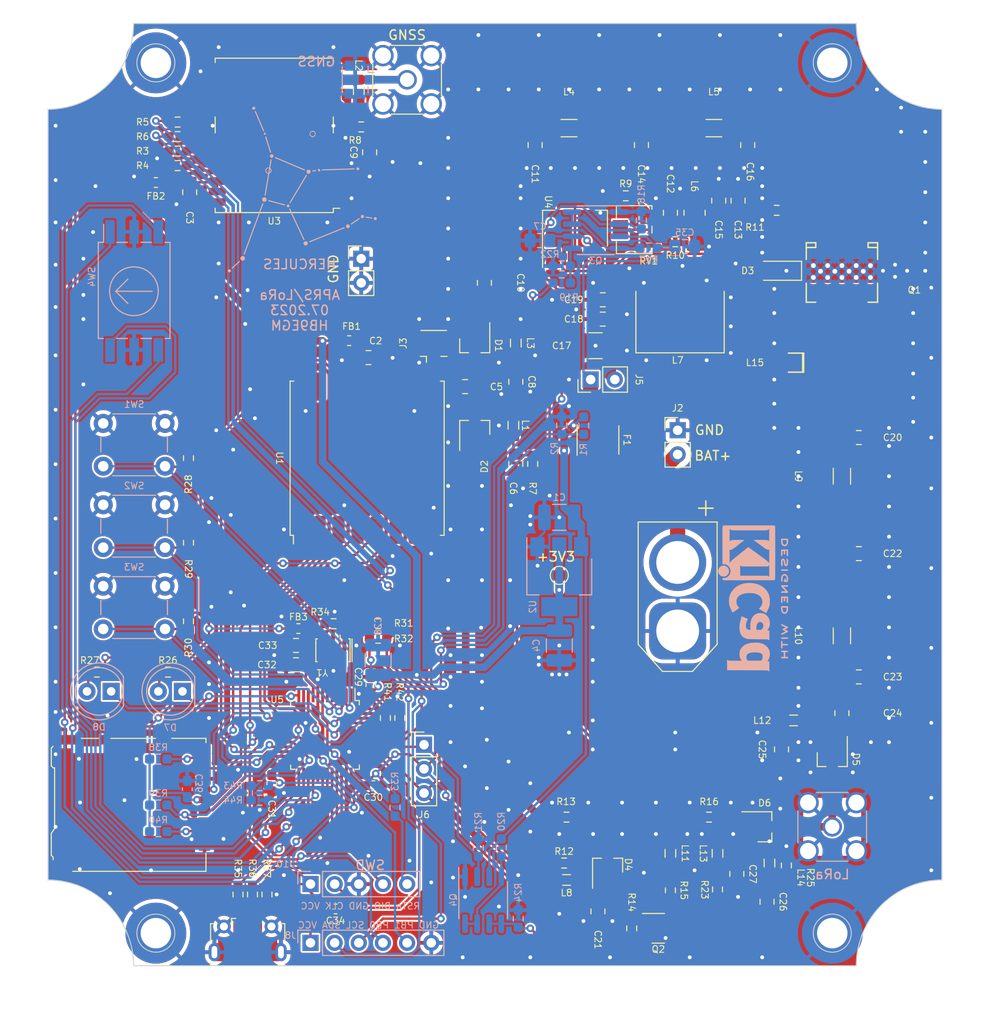
<source format=kicad_pcb>
(kicad_pcb (version 20221018) (generator pcbnew)

  (general
    (thickness 1.6)
  )

  (paper "A4")
  (title_block
    (title "Hercules")
    (date "2023-07-09")
    (rev "0")
    (company "HB9EGM")
    (comment 1 "LoRa GNSS Tracker with PA")
  )

  (layers
    (0 "F.Cu" signal)
    (31 "B.Cu" signal)
    (32 "B.Adhes" user "B.Adhesive")
    (33 "F.Adhes" user "F.Adhesive")
    (34 "B.Paste" user)
    (35 "F.Paste" user)
    (36 "B.SilkS" user "B.Silkscreen")
    (37 "F.SilkS" user "F.Silkscreen")
    (38 "B.Mask" user)
    (39 "F.Mask" user)
    (40 "Dwgs.User" user "User.Drawings")
    (41 "Cmts.User" user "User.Comments")
    (42 "Eco1.User" user "User.Eco1")
    (43 "Eco2.User" user "User.Eco2")
    (44 "Edge.Cuts" user)
    (45 "Margin" user)
    (46 "B.CrtYd" user "B.Courtyard")
    (47 "F.CrtYd" user "F.Courtyard")
    (48 "B.Fab" user)
    (49 "F.Fab" user)
    (50 "User.1" user)
    (51 "User.2" user)
    (52 "User.3" user)
    (53 "User.4" user)
    (54 "User.5" user)
    (55 "User.6" user)
    (56 "User.7" user)
    (57 "User.8" user)
    (58 "User.9" user)
  )

  (setup
    (stackup
      (layer "F.SilkS" (type "Top Silk Screen"))
      (layer "F.Paste" (type "Top Solder Paste"))
      (layer "F.Mask" (type "Top Solder Mask") (thickness 0.01))
      (layer "F.Cu" (type "copper") (thickness 0.035))
      (layer "dielectric 1" (type "core") (thickness 1.51) (material "FR4") (epsilon_r 4.5) (loss_tangent 0.02))
      (layer "B.Cu" (type "copper") (thickness 0.035))
      (layer "B.Mask" (type "Bottom Solder Mask") (thickness 0.01))
      (layer "B.Paste" (type "Bottom Solder Paste"))
      (layer "B.SilkS" (type "Bottom Silk Screen"))
      (copper_finish "None")
      (dielectric_constraints no)
    )
    (pad_to_mask_clearance 0)
    (pcbplotparams
      (layerselection 0x00010f0_ffffffff)
      (plot_on_all_layers_selection 0x0000000_00000000)
      (disableapertmacros false)
      (usegerberextensions false)
      (usegerberattributes true)
      (usegerberadvancedattributes true)
      (creategerberjobfile true)
      (dashed_line_dash_ratio 12.000000)
      (dashed_line_gap_ratio 3.000000)
      (svgprecision 4)
      (plotframeref false)
      (viasonmask false)
      (mode 1)
      (useauxorigin false)
      (hpglpennumber 1)
      (hpglpenspeed 20)
      (hpglpendiameter 15.000000)
      (dxfpolygonmode true)
      (dxfimperialunits true)
      (dxfusepcbnewfont true)
      (psnegative false)
      (psa4output false)
      (plotreference true)
      (plotvalue true)
      (plotinvisibletext false)
      (sketchpadsonfab false)
      (subtractmaskfromsilk false)
      (outputformat 5)
      (mirror false)
      (drillshape 0)
      (scaleselection 1)
      (outputdirectory "out")
    )
  )

  (net 0 "")
  (net 1 "+BATT")
  (net 2 "GND")
  (net 3 "Net-(U1-3.3V)")
  (net 4 "Net-(U3-VCC)")
  (net 5 "+3V3")
  (net 6 "Net-(D1-K)")
  (net 7 "Net-(J3-In)")
  (net 8 "Net-(C6-Pad1)")
  (net 9 "/GATE_SUPPLY")
  (net 10 "/PIN_TX")
  (net 11 "Net-(C9-Pad2)")
  (net 12 "Net-(C10-Pad1)")
  (net 13 "Net-(D1-A)")
  (net 14 "Net-(C12-Pad1)")
  (net 15 "Net-(C13-Pad2)")
  (net 16 "Net-(C14-Pad1)")
  (net 17 "Net-(Q1-G)")
  (net 18 "Net-(J5-Pin_2)")
  (net 19 "Net-(Q1-D)")
  (net 20 "Net-(D4-A)")
  (net 21 "Net-(C22-Pad1)")
  (net 22 "Net-(C23-Pad1)")
  (net 23 "Net-(D5-A)")
  (net 24 "Net-(C26-Pad1)")
  (net 25 "/PIN_RX")
  (net 26 "Net-(U5-VDDA)")
  (net 27 "unconnected-(D1-NC-Pad2)")
  (net 28 "Net-(D2-A)")
  (net 29 "unconnected-(D2-NC-Pad2)")
  (net 30 "Net-(D3-A)")
  (net 31 "unconnected-(D4-NC-Pad2)")
  (net 32 "Net-(D4-K)")
  (net 33 "unconnected-(D5-NC-Pad2)")
  (net 34 "Net-(D5-K)")
  (net 35 "Net-(D6-A)")
  (net 36 "unconnected-(D6-NC-Pad2)")
  (net 37 "/Control/LED_TXn")
  (net 38 "Net-(D7-A)")
  (net 39 "/Control/STATUSn")
  (net 40 "Net-(D8-A)")
  (net 41 "/BAT+")
  (net 42 "/EN_RX")
  (net 43 "unconnected-(J9-VBUS-Pad1)")
  (net 44 "/Control/USB_DM")
  (net 45 "/Control/USB_DP")
  (net 46 "unconnected-(J9-ID-Pad4)")
  (net 47 "/Control/SWCLK")
  (net 48 "/Control/SWDIO")
  (net 49 "/Control/RESETn")
  (net 50 "Net-(J11-DAT2)")
  (net 51 "/Control/SD_SSn")
  (net 52 "/Control/SPI1_MOSI")
  (net 53 "/Control/SPI1_SCK")
  (net 54 "/Control/SPI1_MISO")
  (net 55 "Net-(J11-DAT1)")
  (net 56 "unconnected-(J11-DET_B-Pad9)")
  (net 57 "/Control/SD_DET")
  (net 58 "Net-(J13-In)")
  (net 59 "Net-(L8-Pad2)")
  (net 60 "Net-(L11-Pad2)")
  (net 61 "Net-(Q2-B)")
  (net 62 "Net-(Q2-C)")
  (net 63 "/EN_PA")
  (net 64 "Net-(Q3B-G)")
  (net 65 "Net-(Q4B-G)")
  (net 66 "Net-(Q4B-D-Pad5)")
  (net 67 "/Control/BAT_MEAS")
  (net 68 "Net-(U3-TXD{slash}SPI_MISO)")
  (net 69 "/Control/USART1_RX")
  (net 70 "Net-(U3-RXD{slash}SPI_MOSI)")
  (net 71 "/Control/USART1_TX")
  (net 72 "Net-(U3-SDA{slash}~{SPI_CS})")
  (net 73 "/Control/SDA")
  (net 74 "Net-(U3-SCL{slash}SPI_CLK)")
  (net 75 "/Control/SCL")
  (net 76 "Net-(U3-VCC_RF)")
  (net 77 "Net-(R9-Pad1)")
  (net 78 "Net-(U4-VO)")
  (net 79 "Net-(R10-Pad2)")
  (net 80 "/Control/BTN1n")
  (net 81 "/Control/BTN2n")
  (net 82 "/Control/BTN3n")
  (net 83 "/Control/XTAL1")
  (net 84 "/Control/XTAL2")
  (net 85 "Net-(U5-PA11)")
  (net 86 "Net-(U5-PA12)")
  (net 87 "/Control/BOOT0")
  (net 88 "/Control/BOOT1")
  (net 89 "unconnected-(U3-~{SAFEBOOT}-Pad1)")
  (net 90 "unconnected-(U3-D_SEL-Pad2)")
  (net 91 "unconnected-(U3-TIMEPULSE-Pad3)")
  (net 92 "unconnected-(U3-EXTINT-Pad4)")
  (net 93 "unconnected-(U3-USB_DM-Pad5)")
  (net 94 "unconnected-(U3-USB_DP-Pad6)")
  (net 95 "unconnected-(U3-~{RESET}-Pad8)")
  (net 96 "unconnected-(U3-LNA_EN-Pad14)")
  (net 97 "unconnected-(U3-RESERVED-Pad15)")
  (net 98 "unconnected-(U3-RESERVED-Pad16)")
  (net 99 "unconnected-(U3-RESERVED-Pad17)")
  (net 100 "unconnected-(U5-VBAT-Pad1)")
  (net 101 "unconnected-(U5-PA1-Pad11)")
  (net 102 "/Control/SPI1_SSn")
  (net 103 "/Control/PB0")
  (net 104 "/Control/PB1")
  (net 105 "/Control/DIO0")
  (net 106 "/Control/LORA_RESET")
  (net 107 "Net-(SW4-D0)")
  (net 108 "Net-(SW4-D1)")
  (net 109 "Net-(SW4-D2)")
  (net 110 "Net-(SW4-D3)")
  (net 111 "unconnected-(U5-PA8-Pad29)")
  (net 112 "unconnected-(U5-PA15-Pad38)")
  (net 113 "unconnected-(U5-PB5-Pad41)")
  (net 114 "unconnected-(U1-DIO5-Pad7)")
  (net 115 "unconnected-(U1-DIO3-Pad11)")
  (net 116 "unconnected-(U1-DIO4-Pad12)")
  (net 117 "unconnected-(U1-DIO1-Pad15)")
  (net 118 "unconnected-(U1-DIO2-Pad16)")
  (net 119 "Net-(L15-Pad2)")

  (footprint "Package_TO_SOT_SMD:SOT-23" (layer "F.Cu") (at 154.178 163.068))

  (footprint "Resistor_SMD:R_0603_1608Metric_Pad0.98x0.95mm_HandSolder" (layer "F.Cu") (at 95.1465 136.144 180))

  (footprint "Capacitor_SMD:C_0805_2012Metric_Pad1.18x1.45mm_HandSolder" (layer "F.Cu") (at 173.482 140.462 90))

  (footprint "Capacitor_SMD:C_0805_2012Metric_Pad1.18x1.45mm_HandSolder" (layer "F.Cu") (at 123.698 103.1025 180))

  (footprint "Capacitor_SMD:C_0805_2012Metric_Pad1.18x1.45mm_HandSolder" (layer "F.Cu") (at 116.078 135.382))

  (footprint "Package_TO_SOT_SMD:SOT-223-3_TabPin2" (layer "F.Cu") (at 145.415 89.535 90))

  (footprint "Resistor_SMD:R_0603_1608Metric_Pad0.98x0.95mm_HandSolder" (layer "F.Cu") (at 144.272 156.21 180))

  (footprint "mpb:Fuse_MF_SMDF150" (layer "F.Cu") (at 147.828 111.76 90))

  (footprint "Package_TO_SOT_SMD:SOT-23_Handsoldering" (layer "F.Cu") (at 134.874 110.4685 90))

  (footprint "Package_TO_SOT_SMD:SOT-23_Handsoldering" (layer "F.Cu") (at 165.354 152.4))

  (footprint "Resistor_SMD:R_0603_1608Metric_Pad0.98x0.95mm_HandSolder" (layer "F.Cu") (at 120.0385 131.064 180))

  (footprint "Resistor_SMD:R_0603_1608Metric_Pad0.98x0.95mm_HandSolder" (layer "F.Cu") (at 104.775 122.555 90))

  (footprint "Resistor_SMD:R_0603_1608Metric_Pad0.98x0.95mm_HandSolder" (layer "F.Cu") (at 124.714 132.588))

  (footprint "Inductor_SMD:L_0805_2012Metric_Pad1.05x1.20mm_HandSolder" (layer "F.Cu") (at 168.402 141.224 180))

  (footprint "Connector_PinHeader_2.54mm:PinHeader_1x02_P2.54mm_Vertical" (layer "F.Cu") (at 147.061 105.41 90))

  (footprint "Crystal:Resonator_SMD_Murata_CSTxExxV-3Pin_3.0x1.1mm_HandSoldering" (layer "F.Cu") (at 119.9685 133.858 180))

  (footprint "Resistor_SMD:R_0603_1608Metric_Pad0.98x0.95mm_HandSolder" (layer "F.Cu") (at 104.775 130.81 90))

  (footprint "Resistor_SMD:R_0603_1608Metric_Pad0.98x0.95mm_HandSolder" (layer "F.Cu") (at 109.982 159.512 90))

  (footprint "Capacitor_SMD:C_0805_2012Metric_Pad1.18x1.45mm_HandSolder" (layer "F.Cu") (at 167.132 144.272 -90))

  (footprint "Inductor_SMD:L_0805_2012Metric_Pad1.05x1.20mm_HandSolder" (layer "F.Cu") (at 144.526 157.988 180))

  (footprint "Capacitor_SMD:C_0805_2012Metric_Pad1.18x1.45mm_HandSolder" (layer "F.Cu") (at 165.608 160.274 -90))

  (footprint "Resistor_SMD:R_0603_1608Metric_Pad0.98x0.95mm_HandSolder" (layer "F.Cu") (at 104.775 113.665 90))

  (footprint "RF_GPS:ublox_NEO" (layer "F.Cu") (at 113.792 79.756 180))

  (footprint "Resistor_SMD:R_0603_1608Metric_Pad0.98x0.95mm_HandSolder" (layer "F.Cu") (at 103.632 81.407 180))

  (footprint "Inductor_SMD:L_0603_1608Metric_Pad1.05x0.95mm_HandSolder" (layer "F.Cu") (at 121.666 101.3245 180))

  (footprint "Connector_PinHeader_2.54mm:PinHeader_1x02_P2.54mm_Vertical" (layer "F.Cu") (at 122.936 92.71))

  (footprint "Inductor_SMD:L_1008_2520Metric_Pad1.43x2.20mm_HandSolder" (layer "F.Cu") (at 157.988 87.884 -90))

  (footprint "Resistor_SMD:R_0603_1608Metric_Pad0.98x0.95mm_HandSolder" (layer "F.Cu") (at 151.384 163.068 90))

  (footprint "Capacitor_SMD:C_0805_2012Metric_Pad1.18x1.45mm_HandSolder" (layer "F.Cu") (at 123.825 81.534 90))

  (footprint "Connector_AMASS:AMASS_XT60-M_1x02_P7.20mm_Vertical" (layer "F.Cu") (at 156.21 131.826 90))

  (footprint "Resistor_SMD:R_0603_1608Metric_Pad0.98x0.95mm_HandSolder" (layer "F.Cu") (at 160.401 158.9805 -90))

  (footprint "Resistor_SMD:R_0603_1608Metric_Pad0.98x0.95mm_HandSolder" (layer "F.Cu") (at 124.714 131.064))

  (footprint "MountingHole:MountingHole_3.2mm_M3_Pad" (layer "F.Cu") (at 101.346 163.576))

  (footprint "MountingHole:MountingHole_3.2mm_M3_Pad" (layer "F.Cu") (at 172.466 72.136))

  (footprint "Connector_Coaxial:U.FL_Hirose_U.FL-R-SMT-1_Vertical" (layer "F.Cu") (at 130.556 102.0865 90))

  (footprint "Resistor_SMD:R_0603_1608Metric_Pad0.98x0.95mm_HandSolder" (layer "F.Cu") (at 125.476 140.97 -90))

  (footprint "Capacitor_SMD:C_0805_2012Metric_Pad1.18x1.45mm_HandSolder" (layer "F.Cu") (at 135.89 95.25 -90))

  (footprint "Capacitor_SMD:C_0805_2012Metric_Pad1.18x1.45mm_HandSolder" (layer "F.Cu") (at 141.224 80.772 -90))

  (footprint "Connector_PinHeader_2.54mm:PinHeader_1x03_P2.54mm_Vertical" (layer "F.Cu") (at 129.54 143.779))

  (footprint "Capacitor_SMD:C_0805_2012Metric_Pad1.18x1.45mm_HandSolder" (layer "F.Cu") (at 175.26 136.652))

  (footprint "Connector_Coaxial:SMA_Amphenol_132291_Vertical" (layer "F.Cu") (at 127.762 73.914))

  (footprint "Capacitor_SMD:C_0805_2012Metric_Pad1.18x1.45mm_HandSolder" (layer "F.Cu") (at 139.192 105.6425 -90))

  (footprint "Capacitor_SMD:C_0805_2012Metric_Pad1.18x1.45mm_HandSolder" (layer "F.Cu") (at 162.56 86.614 -90))

  (footprint "Resistor_SMD:R_0603_1608Metric_Pad0.98x0.95mm_HandSolder" (layer "F.Cu") (at 155.448 159.07 -90))

  (footprint "Package_TO_SOT_SMD:SOT-23_Handsoldering" (layer "F.Cu") (at 148.844 156.464 90))

  (footprint "mpb:L_Coilcraft_1812SMS" (layer "F.Cu") (at 156.21 99.314 90))

  (footprint "Capacitor_SMD:C_0805_2012Metric_Pad1.18x1.45mm_HandSolder" (layer "F.Cu") (at 147.828 161.29 -90))

  (footprint "Resistor_SMD:R_0603_1608Metric_Pad0.98x0.95mm_HandSolder" (layer "F.Cu") (at 159.512 151.384 180))

  (footprint "Capacitor_SMD:C_0805_2012Metric_Pad1.18x1.45mm_HandSolder" (layer "F.Cu") (at 148.336 99.06 180))

  (footprint "Capacitor_SMD:C_0603_1608Metric_Pad1.08x0.95mm_HandSolder" (layer "F.Cu") (at 123.952 137.5145 90))

  (footprint "Capacitor_SMD:C_0805_2012Metric_Pad1.18x1.45mm_HandSolder" (layer "F.Cu")
    (tstamp 760ccdd2-928f-44d0-9b74-a2119bc5982a)
    (at 175.26 123.698)
    (descr "Capacitor SMD 0805 (2012 Metric), square (rectangular) end terminal, IPC_7351 nominal with elongated pad for handsoldering. (Body size source: IPC-SM-782 page 76, https://www.pcb-3d.com/wordpress/wp-content/uploads/ipc-sm-782a_amendment_1_and_2.pdf, https://docs.google.com/spreadsheets/d/1BsfQQcO9C6DZCsRaXUlFlo91Tg2WpOkGARC1WS5S8t0/edit?usp=sharing), generated with kicad-footprint-generator")
    (tags "capacitor handsolder")
    (property "MPN" "")
    (property "Need_order" "")
    (property "Sheetfile" "tracker-kicad.kicad_sch")
    (property "Sheetname" "")
    (property "ki_description" "Unpolarized capacitor, small symbol")
    (property "ki_keywords" "capacitor cap")
    (path "/98aac2c3-ee76-4280-aac9-39e1d85593d5")
    (attr smd)
    (fp_text reference "C22" (at 3.556 0 unlocked) (layer "F.SilkS")
        (effects (font (size 0.7 0.7) (thickness 0.1)))
      (tstamp 43950934-fef9-4123-8161-04845cc1592d)
    )
    (fp_text value "18pF" (at 0 1.68) (layer "F.Fab")
        (effects (font (size 1 1) (thickness 0.15)))
      (tstamp 19d8c720-1847-42f7-92a0-fe32e5d3c882)
    )
    (fp_text user "${REFERENCE}" (at 0 0) (layer "F.Fab")
        (effects (font (size 0.5 0.5) (thickness 0.08)))
      (tstamp 233f7db1-5636-49aa-8e4f-9ed476f80c96)
    )
    (fp_line (start -0.261252 -0.735) (end 0.261252 -0.735)
      (stroke (width 0.12) (type solid)) (layer "F.SilkS") (tstamp 8a01fbf4-4e35-4d78-a7c1-d337363a5c8b))
    (fp_line (start -0.261252 0.735) (end 0.261252 0.735)
      (stroke (width 0.12) (type solid)) (layer "F.SilkS") (tstamp e06a6a4c-a2c9-495e-b1c2-6f404c4645a1))
    (fp_line (start -1.88 -0.98) (end 1.88 -0.98)
      (stroke (width 0.05) (type solid)) (layer "F.CrtYd") (tstamp 778a4890-85c0-4c07-ac1d-5778b805be1a))
    (fp_line (start -1.88 0.98) (end -1.88 -0.98)
      (stroke (width 0.05) (type solid)) (layer "F.CrtYd") (tstamp 297265da-e18c-482e-98d0-5770cc067aed))
    (fp_line (start 1.88 -0.98) (end 1.88 0.98)
      (stroke (width 0.05) (type solid)) (layer "F.CrtYd") (tstamp 953d2572-209b-47cf-bfa1-a2134b07f1ff))
    (fp_line (start 1.88 0.98) (end -1.88 0.98)
      (stroke (width 0.05) (type solid)) (layer "F.CrtYd") (tstamp 7eafb741-ba03-479e-b8d8-215d77652edf))
    (fp_line (start -1 -0.625) (end 1 -0.625)
      (stroke (width 0.1) (type solid)) (layer "F.Fab") (tstamp 670a32bb-8804-4147-a4d5-2ff3837cf29f))
    (fp_line (start -1 0.625) (end -1 -0.625)
      (stroke (width 0.1) (type solid)) (layer "F.Fab") (tstamp f321921b-ede6-475a-b693-0d0347ccf493))
    (fp_line (start 1 -0.625) (end 1 0.625)
      (stroke (width 0.1) (type solid)) (layer "F.Fab") (tstamp ef85d0a1-0376-4ce7-a659-bc9e3ef1d23e))
    (fp_line (start 1 0.625) (end -1 0.625)
      (stroke (width 0.1) (type solid)) (layer "F.Fab") (tstamp 9340f23a-f8
... [1698833 chars truncated]
</source>
